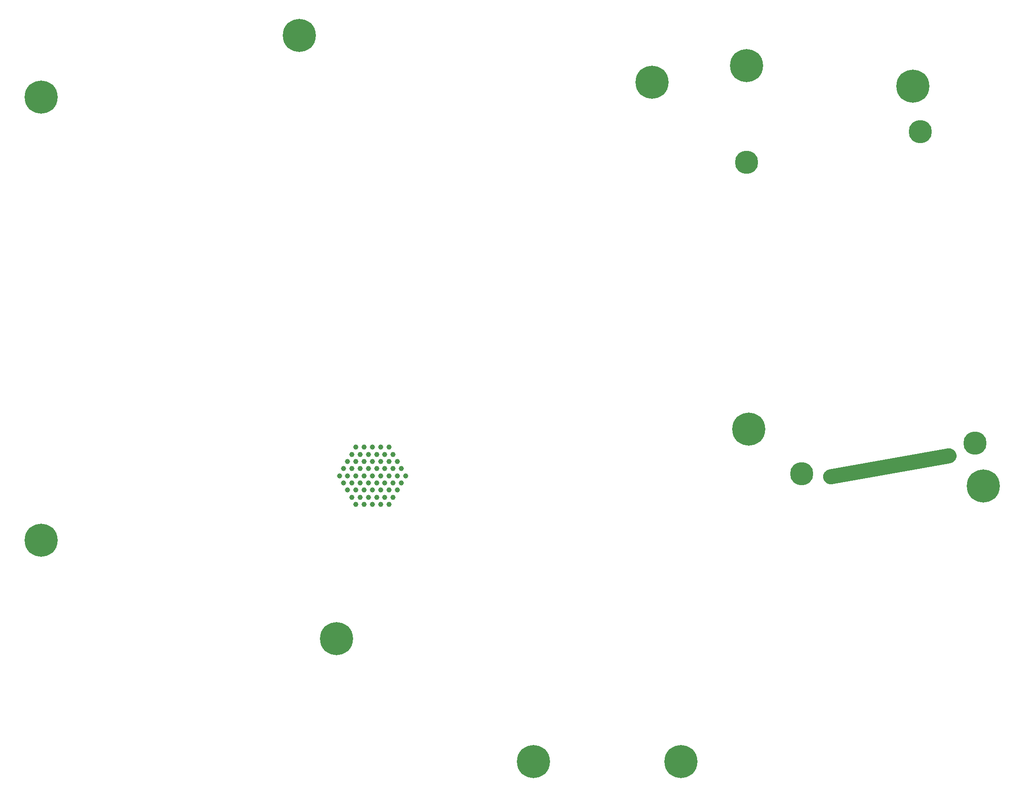
<source format=gbr>
G04 #@! TF.GenerationSoftware,KiCad,Pcbnew,(5.1.9)-1*
G04 #@! TF.CreationDate,2021-04-11T13:59:09+10:00*
G04 #@! TF.ProjectId,ExtraBoard-Plate,45787472-6142-46f6-9172-642d506c6174,rev?*
G04 #@! TF.SameCoordinates,Original*
G04 #@! TF.FileFunction,Soldermask,Bot*
G04 #@! TF.FilePolarity,Negative*
%FSLAX46Y46*%
G04 Gerber Fmt 4.6, Leading zero omitted, Abs format (unit mm)*
G04 Created by KiCad (PCBNEW (5.1.9)-1) date 2021-04-11 13:59:09*
%MOMM*%
%LPD*%
G01*
G04 APERTURE LIST*
%ADD10C,1.000000*%
%ADD11C,4.500000*%
%ADD12C,6.400000*%
%ADD13C,0.800000*%
G04 APERTURE END LIST*
D10*
X60200000Y-53457438D03*
X61800000Y-56228719D03*
X62600000Y-57614359D03*
X61000000Y-54843078D03*
X63400000Y-59000000D03*
X51400000Y-60385640D03*
X53000000Y-63156921D03*
X52200000Y-61771281D03*
X57000000Y-64542561D03*
X53800000Y-59000000D03*
X54600000Y-57614359D03*
X53000000Y-54843078D03*
X56200000Y-63156921D03*
X57800000Y-63156921D03*
X54600000Y-60385640D03*
X55400000Y-59000000D03*
X52200000Y-56228719D03*
X58600000Y-64542561D03*
X56200000Y-60385640D03*
X55400000Y-61771281D03*
X53800000Y-56228719D03*
X53000000Y-57614359D03*
X57000000Y-61771281D03*
X52200000Y-59000000D03*
X53800000Y-64542561D03*
X55400000Y-64542561D03*
X51400000Y-57614359D03*
X53800000Y-61771281D03*
X53000000Y-60385640D03*
X54600000Y-63156921D03*
X50600000Y-59000000D03*
X61000000Y-60385640D03*
X57000000Y-53457438D03*
X61800000Y-61771281D03*
X61800000Y-59000000D03*
X58600000Y-56228719D03*
X58600000Y-53457438D03*
X59400000Y-54843078D03*
X61000000Y-57614359D03*
X59400000Y-57614359D03*
X60200000Y-56228719D03*
X57800000Y-54843078D03*
X62600000Y-60385640D03*
X60200000Y-59000000D03*
X59400000Y-60385640D03*
X55400000Y-53457438D03*
X61000000Y-63156921D03*
X60200000Y-61771281D03*
X57000000Y-56228719D03*
X57800000Y-57614359D03*
X56200000Y-54843078D03*
X58600000Y-59000000D03*
X60200000Y-64542561D03*
X54600000Y-54843078D03*
X56200000Y-57614359D03*
X55400000Y-56228719D03*
X53800000Y-53457438D03*
X59400000Y-63156921D03*
X58600000Y-61771281D03*
X57800000Y-60385640D03*
X57000000Y-59000000D03*
G36*
G01*
X144193289Y-59446416D02*
X144193289Y-59446416D01*
G75*
G02*
X145369470Y-57766655I1427971J251790D01*
G01*
X168315490Y-53720653D01*
G75*
G02*
X169995251Y-54896834I251790J-1427971D01*
G01*
X169995251Y-54896834D01*
G75*
G02*
X168819070Y-56576595I-1427971J-251790D01*
G01*
X145873050Y-60622597D01*
G75*
G02*
X144193289Y-59446416I-251790J1427971D01*
G01*
G37*
D11*
X173616606Y-52687416D03*
X129407394Y1661416D03*
X140034662Y-58608819D03*
X162989338Y7582819D03*
D12*
X-7144000Y14288000D03*
D13*
X-4744000Y14288000D03*
X-5446944Y12590944D03*
X-7144000Y11888000D03*
X-8841056Y12590944D03*
X-9544000Y14288000D03*
X-8841056Y15985056D03*
X-7144000Y16688000D03*
X-5446944Y15985056D03*
D12*
X-7144000Y-71438000D03*
D13*
X-4744000Y-71438000D03*
X-5446944Y-73135056D03*
X-7144000Y-73838000D03*
X-8841056Y-73135056D03*
X-9544000Y-71438000D03*
X-8841056Y-69740944D03*
X-7144000Y-69038000D03*
X-5446944Y-69740944D03*
D12*
X175178000Y-60995000D03*
D13*
X177578000Y-60995000D03*
X176875056Y-62692056D03*
X175178000Y-63395000D03*
X173480944Y-62692056D03*
X172778000Y-60995000D03*
X173480944Y-59297944D03*
X175178000Y-58595000D03*
X176875056Y-59297944D03*
D12*
X50006000Y-90487000D03*
D13*
X52406000Y-90487000D03*
X51703056Y-92184056D03*
X50006000Y-92887000D03*
X48308944Y-92184056D03*
X47606000Y-90487000D03*
X48308944Y-88789944D03*
X50006000Y-88087000D03*
X51703056Y-88789944D03*
D12*
X42863000Y26194000D03*
D13*
X45263000Y26194000D03*
X44560056Y24496944D03*
X42863000Y23794000D03*
X41165944Y24496944D03*
X40463000Y26194000D03*
X41165944Y27891056D03*
X42863000Y28594000D03*
X44560056Y27891056D03*
D12*
X88106000Y-114300000D03*
D13*
X90506000Y-114300000D03*
X89803056Y-115997056D03*
X88106000Y-116700000D03*
X86408944Y-115997056D03*
X85706000Y-114300000D03*
X86408944Y-112602944D03*
X88106000Y-111900000D03*
X89803056Y-112602944D03*
D12*
X129777999Y-50006000D03*
D13*
X132177999Y-50006000D03*
X131475055Y-51703056D03*
X129777999Y-52406000D03*
X128080943Y-51703056D03*
X127377999Y-50006000D03*
X128080943Y-48308944D03*
X129777999Y-47606000D03*
X131475055Y-48308944D03*
D12*
X111101000Y17172000D03*
D13*
X113501000Y17172000D03*
X112798056Y15474944D03*
X111101000Y14772000D03*
X109403944Y15474944D03*
X108701000Y17172000D03*
X109403944Y18869056D03*
X111101000Y19572000D03*
X112798056Y18869056D03*
D12*
X161532000Y16393000D03*
D13*
X163932000Y16393000D03*
X163229056Y14695944D03*
X161532000Y13993000D03*
X159834944Y14695944D03*
X159132000Y16393000D03*
X159834944Y18090056D03*
X161532000Y18793000D03*
X163229056Y18090056D03*
D12*
X129393000Y20397000D03*
D13*
X131793000Y20397000D03*
X131090056Y18699944D03*
X129393000Y17997000D03*
X127695944Y18699944D03*
X126993000Y20397000D03*
X127695944Y22094056D03*
X129393000Y22797000D03*
X131090056Y22094056D03*
D12*
X116681000Y-114300000D03*
D13*
X119081000Y-114300000D03*
X118378056Y-115997056D03*
X116681000Y-116700000D03*
X114983944Y-115997056D03*
X114281000Y-114300000D03*
X114983944Y-112602944D03*
X116681000Y-111900000D03*
X118378056Y-112602944D03*
M02*

</source>
